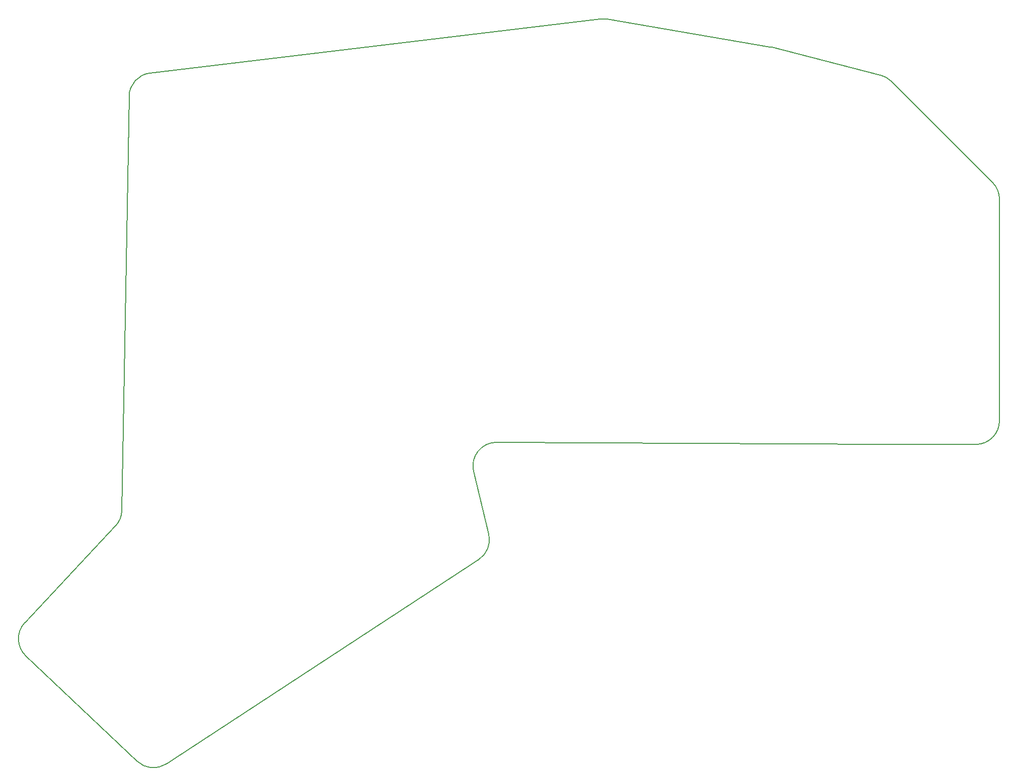
<source format=gbr>
%TF.GenerationSoftware,KiCad,Pcbnew,9.0.7*%
%TF.CreationDate,2026-02-08T22:38:48+02:00*%
%TF.ProjectId,juubo_right_unfinished,6a757562-6f5f-4726-9967-68745f756e66,v1.0.0*%
%TF.SameCoordinates,Original*%
%TF.FileFunction,Profile,NP*%
%FSLAX46Y46*%
G04 Gerber Fmt 4.6, Leading zero omitted, Abs format (unit mm)*
G04 Created by KiCad (PCBNEW 9.0.7) date 2026-02-08 22:38:48*
%MOMM*%
%LPD*%
G01*
G04 APERTURE LIST*
%TA.AperFunction,Profile*%
%ADD10C,0.150000*%
%TD*%
G04 APERTURE END LIST*
D10*
X136129287Y-220423631D02*
G75*
G02*
X131187399Y-219980622I-2190787J3346731D01*
G01*
X129834046Y-107566193D02*
X128610243Y-177560417D01*
X275683427Y-122153427D02*
G75*
G02*
X276855020Y-124981854I-2828227J-2828373D01*
G01*
X129834046Y-107566193D02*
G75*
G02*
X133356894Y-103664619I3999354J-69907D01*
G01*
X276855000Y-162425000D02*
X276855000Y-124981854D01*
X256742889Y-104003360D02*
X238414029Y-99315672D01*
X238093172Y-99247494D02*
G75*
G02*
X238414028Y-99315675I-670372J-3943806D01*
G01*
X136129287Y-220423631D02*
X188893507Y-185883209D01*
X190590489Y-181595721D02*
X188027389Y-171003822D01*
X257815985Y-166425000D02*
G75*
G02*
X257794007Y-166424940I15J4025300D01*
G01*
X128610243Y-177560417D02*
G75*
G02*
X127526771Y-180228625I-3999343J69917D01*
G01*
X188027389Y-171003822D02*
G75*
G02*
X191937157Y-166063130I3887711J940822D01*
G01*
X275683427Y-122153427D02*
X258580199Y-105050199D01*
X127526776Y-180228629D02*
X112222396Y-196526697D01*
X209409566Y-94539046D02*
G75*
G02*
X210556367Y-94567115I476534J-3971654D01*
G01*
X238093172Y-99247494D02*
X210556367Y-94567114D01*
X112387223Y-202168537D02*
G75*
G02*
X112222397Y-196526698I2750987J2903697D01*
G01*
X112387223Y-202168537D02*
X131187385Y-219980637D01*
X276855000Y-162425000D02*
G75*
G02*
X272855000Y-166425000I-4000000J0D01*
G01*
X209409566Y-94539046D02*
X133356893Y-103664607D01*
X190590489Y-181595721D02*
G75*
G02*
X188893498Y-185883196I-3887789J-940779D01*
G01*
X257815985Y-166425000D02*
X272855000Y-166425000D01*
X256742889Y-104003360D02*
G75*
G02*
X258580185Y-105050213I-991089J-3875140D01*
G01*
X191937157Y-166063089D02*
X257794007Y-166424940D01*
M02*

</source>
